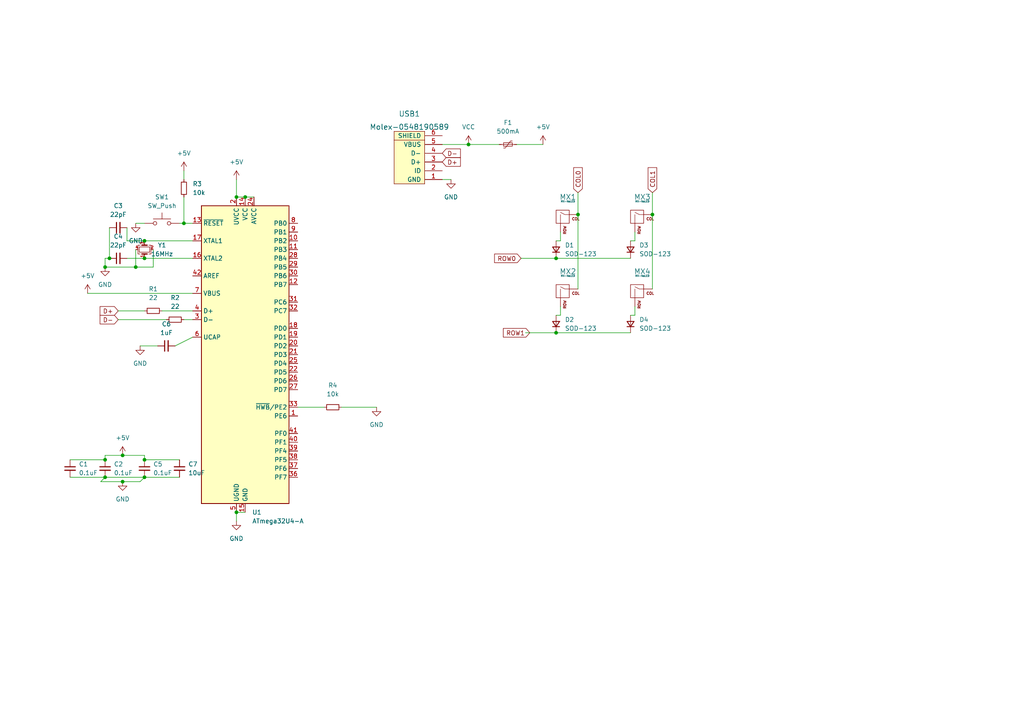
<source format=kicad_sch>
(kicad_sch (version 20211123) (generator eeschema)
  (paper "A4")
  (lib_symbols
    (symbol "Device:C_Small" (pin_numbers hide) (pin_names (offset 0.254) hide)
      (property "Reference" "C" (at 0.254 1.778 0))
      (property "Value" "C_Small" (at 0.254 -2.032 0))
      (symbol "C_Small_0_1"
        (polyline (pts (xy -1.524 -0.508) (xy 1.524 -0.508)) (stroke (width 0.3302)))
        (polyline (pts (xy -1.524 0.508) (xy 1.524 0.508)) (stroke (width 0.3048)))
      )
      (symbol "C_Small_1_1"
        (pin passive line (at 0 2.54 270) (length 2.032) (name "~") (number "1"))
        (pin passive line (at 0 -2.54 90) (length 2.032) (name "~") (number "2"))
      )
    )
    (symbol "Device:Crystal_GND24_Small" (pin_names (offset 1.016) hide)
      (property "Reference" "Y" (at 1.27 4.445 0))
      (property "Value" "Crystal_GND24_Small" (at 1.27 2.54 0))
      (symbol "Crystal_GND24_Small_0_1"
        (rectangle (start -0.762 -1.524) (end 0.762 1.524))
        (polyline (pts (xy -1.27 -0.762) (xy -1.27 0.762)) (stroke (width 0.381)))
        (polyline (pts (xy 1.27 -0.762) (xy 1.27 0.762)) (stroke (width 0.381)))
        (polyline (pts (xy -1.27 -1.27) (xy -1.27 -1.905) (xy 1.27 -1.905) (xy 1.27 -1.27)))
        (polyline (pts (xy -1.27 1.27) (xy -1.27 1.905) (xy 1.27 1.905) (xy 1.27 1.27)))
      )
      (symbol "Crystal_GND24_Small_1_1"
        (pin passive line (at -2.54 0 0) (length 1.27) (name "1") (number "1"))
        (pin passive line (at 0 -2.54 90) (length 0.635) (name "2") (number "2"))
        (pin passive line (at 2.54 0 180) (length 1.27) (name "3") (number "3"))
        (pin passive line (at 0 2.54 270) (length 0.635) (name "4") (number "4"))
      )
    )
    (symbol "Device:D_Small" (pin_numbers hide) (pin_names (offset 0.254) hide)
      (property "Reference" "D" (at -1.27 2.032 0))
      (property "Value" "D_Small" (at -3.81 -2.032 0))
      (symbol "D_Small_0_1"
        (polyline (pts (xy -0.762 -1.016) (xy -0.762 1.016)) (stroke (width 0.254)))
        (polyline (pts (xy -0.762 0) (xy 0.762 0)))
        (polyline (pts (xy 0.762 -1.016) (xy -0.762 0) (xy 0.762 1.016) (xy 0.762 -1.016)) (stroke (width 0.254)))
      )
      (symbol "D_Small_1_1"
        (pin passive line (at -2.54 0 0) (length 1.778) (name "K") (number "1"))
        (pin passive line (at 2.54 0 180) (length 1.778) (name "A") (number "2"))
      )
    )
    (symbol "Device:Polyfuse_Small" (pin_numbers hide) (pin_names (offset 0))
      (property "Reference" "F" (at -1.905 0 90))
      (property "Value" "Polyfuse_Small" (at 1.905 0 90))
      (symbol "Polyfuse_Small_0_1"
        (rectangle (start -0.508 1.27) (end 0.508 -1.27))
        (polyline (pts (xy 0 2.54) (xy 0 -2.54)))
        (polyline (pts (xy -1.016 1.27) (xy -1.016 0.762) (xy 1.016 -0.762) (xy 1.016 -1.27)))
      )
      (symbol "Polyfuse_Small_1_1"
        (pin passive line (at 0 2.54 270) (length 0.635) (name "~") (number "1"))
        (pin passive line (at 0 -2.54 90) (length 0.635) (name "~") (number "2"))
      )
    )
    (symbol "Device:R_Small" (pin_numbers hide) (pin_names (offset 0.254) hide)
      (property "Reference" "R" (at 0.762 0.508 0))
      (property "Value" "R_Small" (at 0.762 -1.016 0))
      (symbol "R_Small_0_1"
        (rectangle (start -0.762 1.778) (end 0.762 -1.778) (stroke (width 0.2032)))
      )
      (symbol "R_Small_1_1"
        (pin passive line (at 0 2.54 270) (length 0.762) (name "~") (number "1"))
        (pin passive line (at 0 -2.54 90) (length 0.762) (name "~") (number "2"))
      )
    )
    (symbol "MCU_Microchip_ATmega:ATmega32U4-A"
      (property "Reference" "U" (at -12.7 44.45 0))
      (property "Value" "ATmega32U4-A" (at 2.54 -44.45 0))
      (symbol "ATmega32U4-A_0_1"
        (rectangle (start -12.7 -43.18) (end 12.7 43.18) (stroke (width 0.254)) (fill (type background)))
      )
      (symbol "ATmega32U4-A_1_1"
        (pin bidirectional line (at 15.24 -17.78 180) (length 2.54) (name "PE6") (number "1"))
        (pin bidirectional line (at 15.24 33.02 180) (length 2.54) (name "PB2") (number "10"))
        (pin bidirectional line (at 15.24 30.48 180) (length 2.54) (name "PB3") (number "11"))
        (pin bidirectional line (at 15.24 20.32 180) (length 2.54) (name "PB7") (number "12"))
        (pin input line (at -15.24 38.1 0) (length 2.54) (name "~{RESET}") (number "13"))
        (pin power_in line (at 0 45.72 270) (length 2.54) (name "VCC") (number "14"))
        (pin power_in line (at 0 -45.72 90) (length 2.54) (name "GND") (number "15"))
        (pin output line (at -15.24 27.94 0) (length 2.54) (name "XTAL2") (number "16"))
        (pin input line (at -15.24 33.02 0) (length 2.54) (name "XTAL1") (number "17"))
        (pin bidirectional line (at 15.24 7.62 180) (length 2.54) (name "PD0") (number "18"))
        (pin bidirectional line (at 15.24 5.08 180) (length 2.54) (name "PD1") (number "19"))
        (pin power_in line (at -2.54 45.72 270) (length 2.54) (name "UVCC") (number "2"))
        (pin bidirectional line (at 15.24 2.54 180) (length 2.54) (name "PD2") (number "20"))
        (pin bidirectional line (at 15.24 0 180) (length 2.54) (name "PD3") (number "21"))
        (pin bidirectional line (at 15.24 -5.08 180) (length 2.54) (name "PD5") (number "22"))
        (pin passive line (at 0 -45.72 90) (length 2.54) hide (name "GND") (number "23"))
        (pin power_in line (at 2.54 45.72 270) (length 2.54) (name "AVCC") (number "24"))
        (pin bidirectional line (at 15.24 -2.54 180) (length 2.54) (name "PD4") (number "25"))
        (pin bidirectional line (at 15.24 -7.62 180) (length 2.54) (name "PD6") (number "26"))
        (pin bidirectional line (at 15.24 -10.16 180) (length 2.54) (name "PD7") (number "27"))
        (pin bidirectional line (at 15.24 27.94 180) (length 2.54) (name "PB4") (number "28"))
        (pin bidirectional line (at 15.24 25.4 180) (length 2.54) (name "PB5") (number "29"))
        (pin bidirectional line (at -15.24 10.16 0) (length 2.54) (name "D-") (number "3"))
        (pin bidirectional line (at 15.24 22.86 180) (length 2.54) (name "PB6") (number "30"))
        (pin bidirectional line (at 15.24 15.24 180) (length 2.54) (name "PC6") (number "31"))
        (pin bidirectional line (at 15.24 12.7 180) (length 2.54) (name "PC7") (number "32"))
        (pin bidirectional line (at 15.24 -15.24 180) (length 2.54) (name "~{HWB}/PE2") (number "33"))
        (pin passive line (at 0 45.72 270) (length 2.54) hide (name "VCC") (number "34"))
        (pin passive line (at 0 -45.72 90) (length 2.54) hide (name "GND") (number "35"))
        (pin bidirectional line (at 15.24 -35.56 180) (length 2.54) (name "PF7") (number "36"))
        (pin bidirectional line (at 15.24 -33.02 180) (length 2.54) (name "PF6") (number "37"))
        (pin bidirectional line (at 15.24 -30.48 180) (length 2.54) (name "PF5") (number "38"))
        (pin bidirectional line (at 15.24 -27.94 180) (length 2.54) (name "PF4") (number "39"))
        (pin bidirectional line (at -15.24 12.7 0) (length 2.54) (name "D+") (number "4"))
        (pin bidirectional line (at 15.24 -25.4 180) (length 2.54) (name "PF1") (number "40"))
        (pin bidirectional line (at 15.24 -22.86 180) (length 2.54) (name "PF0") (number "41"))
        (pin passive line (at -15.24 22.86 0) (length 2.54) (name "AREF") (number "42"))
        (pin passive line (at 0 -45.72 90) (length 2.54) hide (name "GND") (number "43"))
        (pin passive line (at 2.54 45.72 270) (length 2.54) hide (name "AVCC") (number "44"))
        (pin passive line (at -2.54 -45.72 90) (length 2.54) (name "UGND") (number "5"))
        (pin passive line (at -15.24 5.08 0) (length 2.54) (name "UCAP") (number "6"))
        (pin input line (at -15.24 17.78 0) (length 2.54) (name "VBUS") (number "7"))
        (pin bidirectional line (at 15.24 38.1 180) (length 2.54) (name "PB0") (number "8"))
        (pin bidirectional line (at 15.24 35.56 180) (length 2.54) (name "PB1") (number "9"))
      )
    )
    (symbol "MX_Alps_Hybrid:MX-NoLED" (pin_names (offset 1.016))
      (property "Reference" "MX" (at -0.635 3.81 0))
      (property "Value" "MX-NoLED" (at -0.635 1.27 0))
      (symbol "MX-NoLED_0_0"
        (rectangle (start -2.54 2.54) (end 1.27 -1.27))
        (polyline (pts (xy -1.27 -1.27) (xy -1.27 1.27)) (stroke (width 0.127)))
        (polyline (pts (xy 1.27 1.27) (xy 0 1.27) (xy -1.27 1.905)) (stroke (width 0.127)))
        (text "COL" (at 3.175 0 0) (effects (font (size 0.762 0.762))))
        (text "ROW" (at 0 -1.905 900) (effects (font (size 0.762 0.762)) (justify right)))
      )
      (symbol "MX-NoLED_1_1"
        (pin passive line (at 3.81 1.27 180) (length 2.54) (name "COL") (number "1"))
        (pin passive line (at -1.27 -3.81 90) (length 2.54) (name "ROW") (number "2"))
      )
    )
    (symbol "Switch:SW_Push" (pin_numbers hide) (pin_names (offset 1.016) hide)
      (property "Reference" "SW" (at 1.27 2.54 0))
      (property "Value" "SW_Push" (at 0 -1.524 0))
      (symbol "SW_Push_0_1"
        (circle (center -2.032 0) (radius 0.508))
        (polyline (pts (xy 0 1.27) (xy 0 3.048)))
        (polyline (pts (xy 2.54 1.27) (xy -2.54 1.27)))
        (circle (center 2.032 0) (radius 0.508))
        (pin passive line (at -5.08 0 0) (length 2.54) (name "1") (number "1"))
        (pin passive line (at 5.08 0 180) (length 2.54) (name "2") (number "2"))
      )
    )
    (symbol "power:+5V" (power) (pin_names (offset 0))
      (property "Value" "+5V" (at 0 3.556 0))
      (symbol "+5V_0_1"
        (polyline (pts (xy -0.762 1.27) (xy 0 2.54)))
        (polyline (pts (xy 0 0) (xy 0 2.54)))
        (polyline (pts (xy 0 2.54) (xy 0.762 1.27)))
      )
      (symbol "+5V_1_1"
        (pin power_in line (at 0 0 90) (length 0) hide (name "+5V") (number "1"))
      )
    )
    (symbol "power:GND" (power) (pin_names (offset 0))
      (property "Value" "GND" (at 0 -3.81 0))
      (symbol "GND_0_1"
        (polyline (pts (xy 0 0) (xy 0 -1.27) (xy 1.27 -1.27) (xy 0 -2.54) (xy -1.27 -1.27) (xy 0 -1.27)))
      )
      (symbol "GND_1_1"
        (pin power_in line (at 0 0 270) (length 0) hide (name "GND") (number "1"))
      )
    )
    (symbol "power:VCC" (power) (pin_names (offset 0))
      (property "Value" "VCC" (at 0 3.81 0))
      (symbol "VCC_0_1"
        (polyline (pts (xy -0.762 1.27) (xy 0 2.54)))
        (polyline (pts (xy 0 0) (xy 0 2.54)))
        (polyline (pts (xy 0 2.54) (xy 0.762 1.27)))
      )
      (symbol "VCC_1_1"
        (pin power_in line (at 0 0 90) (length 0) hide (name "VCC") (number "1"))
      )
    )
    (symbol "random-keyboard-parts:Molex-0548190589" (pin_names (offset 1.016))
      (property "Reference" "USB" (at 0 7.62 0))
      (property "Value" "Molex-0548190589" (at 0 10.16 0))
      (symbol "Molex-0548190589_0_0"
        (polyline (pts (xy 6.35 -2.54) (xy 6.35 6.35)))
        (rectangle (start 8.89 -2.54) (end -6.35 6.35) (fill (type background)))
      )
      (symbol "Molex-0548190589_1_1"
        (pin input line (at -5.08 -7.62 90) (length 5.08) (name "GND") (number "1"))
        (pin input line (at -2.54 -7.62 90) (length 5.08) (name "ID") (number "2"))
        (pin input line (at 0 -7.62 90) (length 5.08) (name "D+") (number "3"))
        (pin input line (at 2.54 -7.62 90) (length 5.08) (name "D-") (number "4"))
        (pin input line (at 5.08 -7.62 90) (length 5.08) (name "VBUS") (number "5"))
        (pin input line (at 7.62 -7.62 90) (length 5.08) (name "SHIELD") (number "6"))
      )
    )
  )
  (junction (at 161.29 74.93))
  (junction (at 41.91 74.93))
  (junction (at 39.37 77.47))
  (junction (at 30.48 138.43))
  (junction (at 35.56 132.08))
  (junction (at 68.58 57.15))
  (junction (at 30.48 77.47))
  (junction (at 41.91 69.85))
  (junction (at 41.91 133.35))
  (junction (at 161.29 96.52))
  (junction (at 167.64 62.23))
  (junction (at 53.34 64.77))
  (junction (at 135.89 41.91))
  (junction (at 71.12 57.15))
  (junction (at 189.23 62.23))
  (junction (at 35.56 139.7))
  (junction (at 30.48 133.35))
  (junction (at 31.75 74.93))
  (junction (at 41.91 138.43))
  (junction (at 68.58 148.59))
  (wire (pts (xy 189.23 55.88) (xy 189.23 62.23)))
  (wire (pts (xy 99.06 118.11) (xy 109.22 118.11)))
  (wire (pts (xy 162.56 88.9) (xy 162.56 91.44)))
  (wire (pts (xy 86.36 118.11) (xy 93.98 118.11)))
  (wire (pts (xy 40.64 100.33) (xy 45.72 100.33)))
  (wire (pts (xy 35.56 139.7) (xy 40.64 139.7)))
  (wire (pts (xy 29.21 139.7) (xy 30.48 138.43)))
  (wire (pts (xy 44.45 77.47) (xy 39.37 77.47)))
  (wire (pts (xy 44.45 72.39) (xy 44.45 77.47)))
  (wire (pts (xy 167.64 62.23) (xy 167.64 83.82)))
  (wire (pts (xy 162.56 67.31) (xy 162.56 69.85)))
  (wire (pts (xy 31.75 66.04) (xy 31.75 74.93)))
  (wire (pts (xy 30.48 132.08) (xy 35.56 132.08)))
  (wire (pts (xy 39.37 72.39) (xy 39.37 77.47)))
  (wire (pts (xy 184.15 88.9) (xy 184.15 91.44)))
  (wire (pts (xy 41.91 69.85) (xy 36.83 69.85)))
  (wire (pts (xy 53.34 49.53) (xy 53.34 52.07)))
  (wire (pts (xy 68.58 57.15) (xy 68.58 52.07)))
  (wire (pts (xy 31.75 74.93) (xy 30.48 74.93)))
  (wire (pts (xy 184.15 67.31) (xy 184.15 69.85)))
  (wire (pts (xy 35.56 132.08) (xy 41.91 132.08)))
  (wire (pts (xy 40.64 139.7) (xy 41.91 138.43)))
  (wire (pts (xy 39.37 64.77) (xy 41.91 64.77)))
  (wire (pts (xy 162.56 91.44) (xy 161.29 91.44)))
  (wire (pts (xy 68.58 148.59) (xy 68.58 151.13)))
  (wire (pts (xy 41.91 138.43) (xy 52.07 138.43)))
  (wire (pts (xy 36.83 74.93) (xy 41.91 74.93)))
  (wire (pts (xy 53.34 92.71) (xy 55.88 92.71)))
  (wire (pts (xy 35.56 139.7) (xy 29.21 139.7)))
  (wire (pts (xy 30.48 74.93) (xy 30.48 77.47)))
  (wire (pts (xy 152.4 96.52) (xy 161.29 96.52)))
  (wire (pts (xy 41.91 69.85) (xy 55.88 69.85)))
  (wire (pts (xy 189.23 62.23) (xy 189.23 83.82)))
  (wire (pts (xy 167.64 55.88) (xy 167.64 62.23)))
  (wire (pts (xy 128.27 41.91) (xy 135.89 41.91)))
  (wire (pts (xy 34.29 92.71) (xy 48.26 92.71)))
  (wire (pts (xy 184.15 69.85) (xy 182.88 69.85)))
  (wire (pts (xy 184.15 91.44) (xy 182.88 91.44)))
  (wire (pts (xy 41.91 133.35) (xy 52.07 133.35)))
  (wire (pts (xy 50.8 100.33) (xy 55.88 97.79)))
  (wire (pts (xy 39.37 77.47) (xy 30.48 77.47)))
  (wire (pts (xy 128.27 52.07) (xy 130.81 52.07)))
  (wire (pts (xy 161.29 74.93) (xy 182.88 74.93)))
  (wire (pts (xy 162.56 69.85) (xy 161.29 69.85)))
  (wire (pts (xy 53.34 64.77) (xy 55.88 64.77)))
  (wire (pts (xy 151.13 74.93) (xy 161.29 74.93)))
  (wire (pts (xy 149.86 41.91) (xy 157.48 41.91)))
  (wire (pts (xy 73.66 57.15) (xy 71.12 57.15)))
  (wire (pts (xy 20.32 133.35) (xy 30.48 133.35)))
  (wire (pts (xy 161.29 96.52) (xy 182.88 96.52)))
  (wire (pts (xy 34.29 90.17) (xy 41.91 90.17)))
  (wire (pts (xy 41.91 132.08) (xy 41.91 133.35)))
  (wire (pts (xy 53.34 57.15) (xy 53.34 64.77)))
  (wire (pts (xy 20.32 138.43) (xy 30.48 138.43)))
  (wire (pts (xy 46.99 90.17) (xy 55.88 90.17)))
  (wire (pts (xy 25.4 85.09) (xy 55.88 85.09)))
  (wire (pts (xy 36.83 69.85) (xy 36.83 66.04)))
  (wire (pts (xy 71.12 57.15) (xy 68.58 57.15)))
  (wire (pts (xy 30.48 138.43) (xy 41.91 138.43)))
  (wire (pts (xy 71.12 148.59) (xy 68.58 148.59)))
  (wire (pts (xy 30.48 133.35) (xy 30.48 132.08)))
  (wire (pts (xy 41.91 74.93) (xy 55.88 74.93)))
  (wire (pts (xy 52.07 64.77) (xy 53.34 64.77)))
  (wire (pts (xy 135.89 41.91) (xy 144.78 41.91)))
  (global_label "ROW0" (shape input) (at 151.13 74.93 180) (property "Intersheet References" "${INTERSHEET_REFS}" (effects hide)))
  (global_label "D+" (shape input) (at 34.29 90.17 180) (property "Intersheet References" "${INTERSHEET_REFS}" (effects hide)))
  (global_label "D-" (shape input) (at 34.29 92.71 180) (property "Intersheet References" "${INTERSHEET_REFS}" (effects hide)))
  (global_label "D-" (shape input) (at 128.27 44.45 0) (property "Intersheet References" "${INTERSHEET_REFS}" (effects hide)))
  (global_label "ROW1" (shape input) (at 153.67 96.52 180) (property "Intersheet References" "${INTERSHEET_REFS}" (effects hide)))
  (global_label "COL1" (shape input) (at 189.23 55.88 90) (property "Intersheet References" "${INTERSHEET_REFS}" (effects hide)))
  (global_label "COL0" (shape input) (at 167.64 55.88 90) (property "Intersheet References" "${INTERSHEET_REFS}" (effects hide)))
  (global_label "D+" (shape input) (at 128.27 46.99 0) (property "Intersheet References" "${INTERSHEET_REFS}" (effects hide)))
  (symbol (lib_id "power:GND") (at 68.58 151.13 0) (unit 1)
    (property "Reference" "#PWR0105" (effects hide))
    (property "Value" "GND" (at 68.58 156.21 0))
  )
  (symbol (lib_id "MX_Alps_Hybrid:MX-NoLED") (at 163.83 63.5 0) (unit 1)
    (property "Reference" "MX1" (at 164.7156 57.15 0) (effects (font (size 1.524 1.524))))
    (property "Value" "MX-NoLED" (at 164.7156 58.42 0) (effects (font (size 0.508 0.508))))
    (property "Footprint" "MX_Alps_Hybrid:MX-1U" (effects hide))
  )
  (symbol (lib_id "Device:C_Small") (at 52.07 135.89 0) (unit 1)
    (property "Reference" "C7" (at 54.61 134.6262 0) (effects (justify left)))
    (property "Value" "10uF" (at 54.61 137.1662 0) (effects (justify left)))
    (property "Footprint" "Capacitor_SMD:C_0805_2012Metric" (effects hide))
  )
  (symbol (lib_id "Device:Crystal_GND24_Small") (at 41.91 72.39 90) (unit 1)
    (property "Reference" "Y1" (at 46.99 71.12 90))
    (property "Value" "16MHz" (at 46.99 73.66 90))
    (property "Footprint" "Crystal:Crystal_SMD_3225-4Pin_3.2x2.5mm" (effects hide))
  )
  (symbol (lib_id "MX_Alps_Hybrid:MX-NoLED") (at 185.42 63.5 0) (unit 1)
    (property "Reference" "MX3" (at 186.3056 57.15 0) (effects (font (size 1.524 1.524))))
    (property "Value" "MX-NoLED" (at 186.3056 58.42 0) (effects (font (size 0.508 0.508))))
    (property "Footprint" "MX_Alps_Hybrid:MX-1U" (effects hide))
  )
  (symbol (lib_id "power:GND") (at 30.48 77.47 0) (unit 1)
    (property "Reference" "#PWR0107" (effects hide))
    (property "Value" "GND" (at 30.48 82.55 0))
  )
  (symbol (lib_id "Device:R_Small") (at 50.8 92.71 90) (unit 1)
    (property "Reference" "R2" (at 50.8 86.36 90))
    (property "Value" "22" (at 50.8 88.9 90))
    (property "Footprint" "Resistor_SMD:R_0805_2012Metric" (effects hide))
  )
  (symbol (lib_id "MCU_Microchip_ATmega:ATmega32U4-A") (at 71.12 102.87 0) (unit 1)
    (property "Reference" "U1" (at 73.1394 148.59 0) (effects (justify left)))
    (property "Value" "ATmega32U4-A" (at 73.1394 151.13 0) (effects (justify left)))
    (property "Footprint" "Package_QFP:TQFP-44_10x10mm_P0.8mm" (effects hide))
    (property "Datasheet" "http://ww1.microchip.com/downloads/en/DeviceDoc/Atmel-7766-8-bit-AVR-ATmega16U4-32U4_Datasheet.pdf" (effects hide))
  )
  (symbol (lib_id "Device:D_Small") (at 161.29 93.98 90) (unit 1)
    (property "Reference" "D2" (at 163.83 92.7099 90) (effects (justify right)))
    (property "Value" "SOD-123" (at 163.83 95.2499 90) (effects (justify right)))
    (property "Footprint" "Diode_SMD:D_SOD-123" (effects hide))
  )
  (symbol (lib_id "power:GND") (at 39.37 64.77 0) (unit 1)
    (property "Reference" "#PWR0108" (effects hide))
    (property "Value" "GND" (at 39.37 69.85 0))
  )
  (symbol (lib_id "MX_Alps_Hybrid:MX-NoLED") (at 163.83 85.09 0) (unit 1)
    (property "Reference" "MX2" (at 164.7156 78.74 0) (effects (font (size 1.524 1.524))))
    (property "Value" "MX-NoLED" (at 164.7156 80.01 0) (effects (font (size 0.508 0.508))))
    (property "Footprint" "MX_Alps_Hybrid:MX-1U" (effects hide))
  )
  (symbol (lib_id "power:+5V") (at 53.34 49.53 0) (unit 1)
    (property "Reference" "#PWR0110" (effects hide))
    (property "Value" "+5V" (at 53.34 44.45 0))
  )
  (symbol (lib_id "Device:C_Small") (at 41.91 135.89 0) (unit 1)
    (property "Reference" "C5" (at 44.45 134.6262 0) (effects (justify left)))
    (property "Value" "0.1uF" (at 44.45 137.1662 0) (effects (justify left)))
    (property "Footprint" "Capacitor_SMD:C_0805_2012Metric" (effects hide))
  )
  (symbol (lib_id "power:+5V") (at 157.48 41.91 0) (unit 1)
    (property "Reference" "#PWR0113" (effects hide))
    (property "Value" "+5V" (at 157.48 36.83 0))
  )
  (symbol (lib_id "Device:D_Small") (at 161.29 72.39 90) (unit 1)
    (property "Reference" "D1" (at 163.83 71.1199 90) (effects (justify right)))
    (property "Value" "SOD-123" (at 163.83 73.6599 90) (effects (justify right)))
    (property "Footprint" "Diode_SMD:D_SOD-123" (effects hide))
  )
  (symbol (lib_id "Device:C_Small") (at 30.48 135.89 0) (unit 1)
    (property "Reference" "C2" (at 33.02 134.6262 0) (effects (justify left)))
    (property "Value" "0.1uF" (at 33.02 137.1662 0) (effects (justify left)))
    (property "Footprint" "Capacitor_SMD:C_0805_2012Metric" (effects hide))
  )
  (symbol (lib_id "Device:Polyfuse_Small") (at 147.32 41.91 90) (unit 1)
    (property "Reference" "F1" (at 147.32 35.56 90))
    (property "Value" "500mA" (at 147.32 38.1 90))
    (property "Footprint" "Fuse:Fuse_1206_3216Metric" (effects hide))
  )
  (symbol (lib_id "Device:C_Small") (at 34.29 66.04 90) (unit 1)
    (property "Reference" "C3" (at 34.2963 59.69 90))
    (property "Value" "22pF" (at 34.2963 62.23 90))
    (property "Footprint" "Capacitor_SMD:C_0805_2012Metric" (effects hide))
  )
  (symbol (lib_id "power:VCC") (at 135.89 41.91 0) (unit 1)
    (property "Reference" "#PWR0111" (effects hide))
    (property "Value" "VCC" (at 135.89 36.83 0))
  )
  (symbol (lib_id "Device:C_Small") (at 20.32 135.89 0) (unit 1)
    (property "Reference" "C1" (at 22.86 134.6262 0) (effects (justify left)))
    (property "Value" "0.1uF" (at 22.86 137.1662 0) (effects (justify left)))
    (property "Footprint" "Capacitor_SMD:C_0805_2012Metric" (effects hide))
  )
  (symbol (lib_id "power:GND") (at 35.56 139.7 0) (unit 1)
    (property "Reference" "#PWR0104" (effects hide))
    (property "Value" "GND" (at 35.56 144.78 0))
  )
  (symbol (lib_id "Device:D_Small") (at 182.88 72.39 90) (unit 1)
    (property "Reference" "D3" (at 185.42 71.1199 90) (effects (justify right)))
    (property "Value" "SOD-123" (at 185.42 73.6599 90) (effects (justify right)))
    (property "Footprint" "Diode_SMD:D_SOD-123" (effects hide))
  )
  (symbol (lib_id "random-keyboard-parts:Molex-0548190589") (at 120.65 46.99 90) (unit 1)
    (property "Reference" "USB1" (at 118.745 33.02 90) (effects (font (size 1.524 1.524))))
    (property "Value" "Molex-0548190589" (at 118.745 36.83 90) (effects (font (size 1.524 1.524))))
  )
  (symbol (lib_id "power:+5V") (at 35.56 132.08 0) (unit 1)
    (property "Reference" "#PWR0102" (effects hide))
    (property "Value" "+5V" (at 35.56 127 0))
  )
  (symbol (lib_id "power:GND") (at 40.64 100.33 0) (unit 1)
    (property "Reference" "#PWR0103" (effects hide))
    (property "Value" "GND" (at 40.64 105.41 0))
  )
  (symbol (lib_id "Switch:SW_Push") (at 46.99 64.77 0) (unit 1)
    (property "Reference" "SW1" (at 46.99 57.15 0))
    (property "Value" "SW_Push" (at 46.99 59.69 0))
  )
  (symbol (lib_id "Device:R_Small") (at 44.45 90.17 90) (unit 1)
    (property "Reference" "R1" (at 44.45 83.82 90))
    (property "Value" "22" (at 44.45 86.36 90))
    (property "Footprint" "Resistor_SMD:R_0805_2012Metric" (effects hide))
  )
  (symbol (lib_id "Device:R_Small") (at 53.34 54.61 0) (unit 1)
    (property "Reference" "R3" (at 55.88 53.3399 0) (effects (justify left)))
    (property "Value" "10k" (at 55.88 55.8799 0) (effects (justify left)))
    (property "Footprint" "Resistor_SMD:R_0805_2012Metric" (effects hide))
  )
  (symbol (lib_id "Device:C_Small") (at 48.26 100.33 90) (unit 1)
    (property "Reference" "C6" (at 48.2663 93.98 90))
    (property "Value" "1uF" (at 48.2663 96.52 90))
    (property "Footprint" "Capacitor_SMD:C_0805_2012Metric" (effects hide))
  )
  (symbol (lib_id "Device:C_Small") (at 34.29 74.93 90) (unit 1)
    (property "Reference" "C4" (at 34.2963 68.58 90))
    (property "Value" "22pF" (at 34.2963 71.12 90))
    (property "Footprint" "Capacitor_SMD:C_0805_2012Metric" (effects hide))
  )
  (symbol (lib_id "power:GND") (at 109.22 118.11 0) (unit 1)
    (property "Reference" "#PWR0101" (effects hide))
    (property "Value" "GND" (at 109.22 123.19 0))
  )
  (symbol (lib_id "power:+5V") (at 68.58 52.07 0) (unit 1)
    (property "Reference" "#PWR0109" (effects hide))
    (property "Value" "+5V" (at 68.58 46.99 0))
  )
  (symbol (lib_id "MX_Alps_Hybrid:MX-NoLED") (at 185.42 85.09 0) (unit 1)
    (property "Reference" "MX4" (at 186.3056 78.74 0) (effects (font (size 1.524 1.524))))
    (property "Value" "MX-NoLED" (at 186.3056 80.01 0) (effects (font (size 0.508 0.508))))
    (property "Footprint" "MX_Alps_Hybrid:MX-1U" (effects hide))
  )
  (symbol (lib_id "Device:D_Small") (at 182.88 93.98 90) (unit 1)
    (property "Reference" "D4" (at 185.42 92.7099 90) (effects (justify right)))
    (property "Value" "SOD-123" (at 185.42 95.2499 90) (effects (justify right)))
    (property "Footprint" "Diode_SMD:D_SOD-123" (effects hide))
  )
  (symbol (lib_id "Device:R_Small") (at 96.52 118.11 90) (unit 1)
    (property "Reference" "R4" (at 96.52 111.76 90))
    (property "Value" "10k" (at 96.52 114.3 90))
    (property "Footprint" "Resistor_SMD:R_0805_2012Metric" (effects hide))
  )
  (symbol (lib_id "power:GND") (at 130.81 52.07 0) (unit 1)
    (property "Reference" "#PWR0112" (effects hide))
    (property "Value" "GND" (at 130.81 57.15 0))
  )
  (symbol (lib_id "power:+5V") (at 25.4 85.09 0) (unit 1)
    (property "Reference" "#PWR0106" (effects hide))
    (property "Value" "+5V" (at 25.4 80.01 0))
  )
)
</source>
